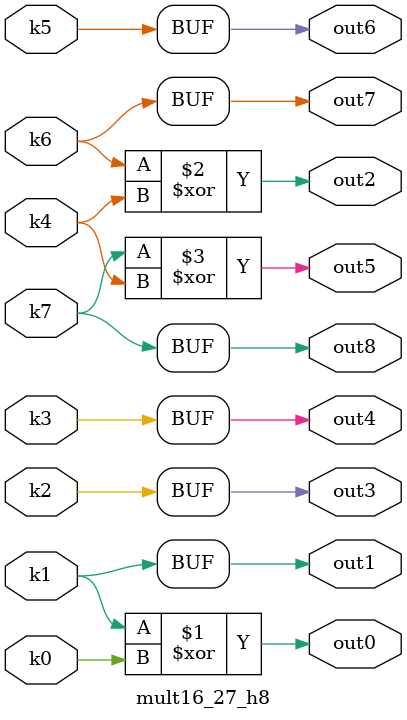
<source format=v>
module mult16_27(pi00, pi01, pi02, pi03, pi04, pi05, pi06, pi07, pi08, pi09, pi10, pi11, po0, po1, po2, po3, po4, po5, po6, po7, po8);
input pi00, pi01, pi02, pi03, pi04, pi05, pi06, pi07, pi08, pi09, pi10, pi11;
output po0, po1, po2, po3, po4, po5, po6, po7, po8;
wire k0, k1, k2, k3, k4, k5, k6, k7;
mult16_27_w8 DUT1 (pi00, pi01, pi02, pi03, pi04, pi05, pi06, pi07, pi08, pi09, pi10, pi11, k0, k1, k2, k3, k4, k5, k6, k7);
mult16_27_h8 DUT2 (k0, k1, k2, k3, k4, k5, k6, k7, po0, po1, po2, po3, po4, po5, po6, po7, po8);
endmodule

module mult16_27_w8(in11, in10, in9, in8, in7, in6, in5, in4, in3, in2, in1, in0, k7, k6, k5, k4, k3, k2, k1, k0);
input in11, in10, in9, in8, in7, in6, in5, in4, in3, in2, in1, in0;
output k7, k6, k5, k4, k3, k2, k1, k0;
assign k0 =   (~in0 & ((~in3 & (((~in4 | (~in7 & ~in10)) & (~in8 | (~in1 & ~in5))) | (~in8 & ((~in10 & ~in6) | (~in7 & ~in5))) | (~in6 & (~in4 | ~in5)))) | (~in9 & ((~in1 & (~in10 | ~in4 | (~in11 & ~in5))) | ~in6 | ~in8)))) | (in11 & ~in10 & in6 & in4 & ~in8 & ~in5 & in9);
assign k1 =   ((~in1 | ~in6) & ((~in4 & ((~in3 & in0) | (in9 & in3 & ~in0))) | (in0 & (~in9 | (in5 & in4 & in8 & in3))))) | (((~in3 & in0) | (in9 & in3 & ~in0)) & ((~in5 & (~in6 | (~in7 & ~in1))) | (~in8 & (~in7 | ~in4 | ~in6)))) | (~in9 & ((~in8 & in0) | (in1 & in8 & in6 & ~in0))) | (in6 & ((in1 & in8 & ((in9 & in3 & in0) | (~in3 & ~in0))) | (in7 & in4 & ((in3 & in0 & (~in1 | ~in8)) | (in9 & ~in3 & ~in0))))) | (in5 & in4 & in9 & in8 & ~in3 & ~in0);
assign k2 =   in3 & in10;
assign k3 =   (in9 & in4 & (((~in7 | ~in6) & (~in5 | ~in8)) | (in1 & in8 & in6))) | ((~in9 | ~in4) & ((~in1 & ((in7 & in6) | (in5 & in8))) | (in7 & ~in8 & in6) | (in5 & in8 & ~in6)));
assign k4 =   (~in6 | ((~in4 | ((~in11 | (~in8 & ~in9)) & (~in10 | ~in9))) & (~in8 | (~in9 & (~in10 | ~in5))) & (~in5 | ~in9))) & (~in4 | ((~in10 | ~in5) & (~in11 | (~in10 & (~in5 | ~in9))))) & (~in5 | ~in9 | (~in2 & ~in10));
assign k5 =   in3 & in11;
assign k6 =   ((~in8 | ~in6) & ((in10 & in4 & (~in9 | ~in5)) | (in9 & in5 & (~in10 | ~in4)))) | (in8 & in6 & (((~in9 | ~in5) & (~in10 | ~in4)) | (in10 & in9 & in5 & in4)));
assign k7 =   (in11 & in4 & (((~in6 | ~in9) & (~in10 | ~in5)) | (in2 & in5 & in9))) | ((~in11 | ~in4) & ((~in2 & ((in6 & in9) | (in10 & in5))) | (in6 & ~in5 & in9) | (in10 & in5 & ~in9)));
endmodule

module mult16_27_h8(k7, k6, k5, k4, k3, k2, k1, k0, out8, out7, out6, out5, out4, out3, out2, out1, out0);
input k7, k6, k5, k4, k3, k2, k1, k0;
output out8, out7, out6, out5, out4, out3, out2, out1, out0;
assign out0 = k1 ^ k0;
assign out1 = k1;
assign out2 = k6 ^ k4;
assign out3 = k2;
assign out4 = k3;
assign out5 = k7 ^ k4;
assign out6 = k5;
assign out7 = k6;
assign out8 = k7;
endmodule

</source>
